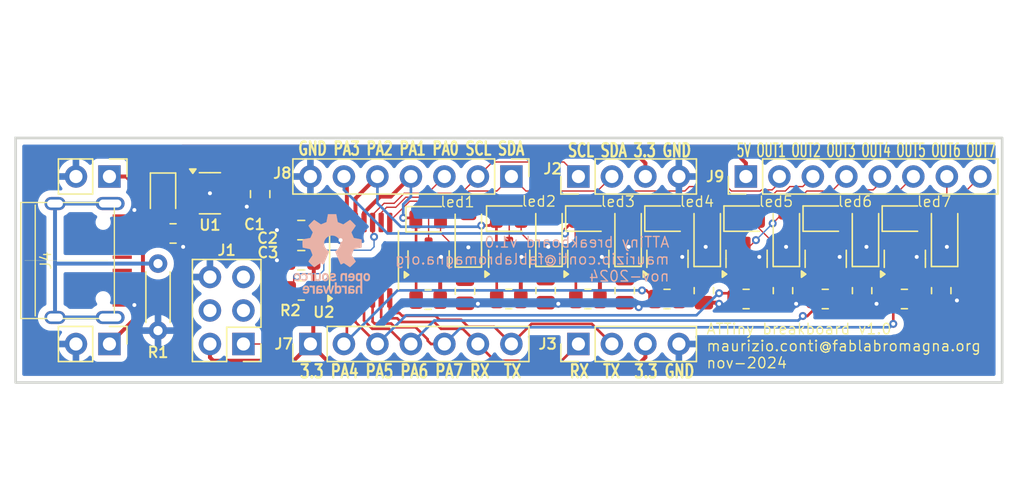
<source format=kicad_pcb>
(kicad_pcb (version 20240108) (generator "pcbnew") (generator_version "8.0")
  (layers (0 "F.Cu" signal) (31 "B.Cu" signal) (34 "B.Paste" user) (35 "F.Paste" user) (36 "B.SilkS" user "B.Silkscreen") (37 "F.SilkS" user "F.Silkscreen") (38 "B.Mask" user) (39 "F.Mask" user) (44 "Edge.Cuts" user))
  (net 0 "")
  (net 1 "+3.3V")
  (net 2 "GND")
  (net 3 "+5V")
  (net 4 "Net-(led1--)")
  (net 5 "Net-(led2--)")
  (net 6 "Net-(led3--)")
  (net 7 "Net-(led4--)")
  (net 8 "Net-(led5--)")
  (net 9 "Net-(led6--)")
  (net 19 "Net-(J4-SHIELD)")
  (net 23 "PA0-UPDI")
  (net 24 "PA4")
  (net 25 "PA6")
  (net 26 "PB3-RX")
  (net 27 "PA7")
  (net 28 "PB2-TX")
  (net 29 "PA5")
  (net 30 "PA2")
  (net 31 "PA3")
  (net 32 "PB0-SCL")
  (net 33 "PA1")
  (net 34 "PB1-SDA")
  (net 35 "OUT2")
  (net 36 "OUT3")
  (net 37 "OUT4")
  (net 38 "OUT5")
  (net 39 "OUT6")
  (net 40 "OUT7")
  (net 41 "OUT1")
  (net 42 "Net-(LedON1--)")
  (net 43 "Net-(led7--)")
  (footprint "Resistor_SMD:R_0805_2012Metric" (layer "F.Cu") (at 61.6796 32.1497)
    (property "Reference" "rgate3" (hide yes))
    (property "Value" "10K")
  )
  (footprint "Package_TO_SOT_SMD:SOT-23-5" (layer "F.Cu") (at 33.02 24.13)
    (property "Reference" "U1")
    (property "Value" "AP2127K-3.3")
  )
  (footprint "Connector_PinHeader_2.54mm:PinHeader_1x07_P2.54mm_Vertical" (layer "F.Cu") (at 40.64 35.56 90)
    (property "Reference" "J7")
    (property "Value" "ATTiny1")
  )
  (footprint "Resistor_SMD:R_0805_2012Metric" (layer "F.Cu") (at 67.6796 32.1497)
    (property "Reference" "rgate4" (hide yes))
    (property "Value" "10K")
  )
  (footprint "Capacitor_SMD:C_0805_2012Metric" (layer "F.Cu") (at 39.944 29.21 180)
    (property "Reference" "C3")
    (property "Value" "CERAMIC-10UF-10V-10%-X7R_0805_")
  )
  (footprint "LED_SMD:LED_0805_2012Metric" (layer "F.Cu") (at 85.6796 26.0537)
    (property "Reference" "led7")
    (property "Value" "SMD-LED-CLEAR-0805")
  )
  (footprint "Library-USB:TYPE-C-31-M-12" (layer "F.Cu") (at 21.2725 29.23 -90)
    (property "Reference" "J4")
    (property "Value" "USB_C_Receptacle_USB2.0_16P")
  )
  (footprint "Resistor_SMD:R_0805_2012Metric" (layer "F.Cu") (at 55.6796 32.1497)
    (property "Reference" "rgate2" (hide yes))
    (property "Value" "10K")
  )
  (footprint "Package_TO_SOT_SMD:SOT-23" (layer "F.Cu") (at 73.7136 29.1017 90)
    (property "Reference" "q5" (hide yes))
    (property "Value" "SMD-MOSFET-N-CH")
  )
  (footprint "Resistor_SMD:R_0805_2012Metric" (layer "F.Cu") (at 58.4736 31.5147 -90)
    (property "Reference" "rled2" (hide yes))
    (property "Value" "SMD-RES-220R-5%-1_8W_0805_")
  )
  (footprint "Capacitor_SMD:C_0805_2012Metric" (layer "F.Cu") (at 36.83 24.196 -90)
    (property "Reference" "C1")
    (property "Value" "CERAMIC-10UF-10V-10%-X7R_0805_")
  )
  (footprint "Resistor_SMD:R_0805_2012Metric" (layer "F.Cu") (at 82.4736 31.5147 -90)
    (property "Reference" "rled6" (hide yes))
    (property "Value" "SMD-RES-220R-5%-1_8W_0805_")
  )
  (footprint "Package_TO_SOT_SMD:SOT-23" (layer "F.Cu") (at 61.7136 29.1017 90)
    (property "Reference" "q3" (hide yes))
    (property "Value" "SMD-MOSFET-N-CH")
  )
  (footprint "LED_SMD:LED_0805_2012Metric" (layer "F.Cu") (at 73.6796 26.0537)
    (property "Reference" "led5")
    (property "Value" "SMD-LED-CLEAR-0805")
  )
  (footprint "Resistor_SMD:R_0805_2012Metric" (layer "F.Cu") (at 73.6796 32.1497)
    (property "Reference" "rgate5" (hide yes))
    (property "Value" "10K")
  )
  (footprint "Resistor_SMD:R_0805_2012Metric" (layer "F.Cu") (at 39.944 31.496 180)
    (property "Reference" "R2")
    (property "Value" "10K")
  )
  (footprint "LED_SMD:LED_0805_2012Metric" (layer "F.Cu") (at 79.6796 26.0537)
    (property "Reference" "led6")
    (property "Value" "SMD-LED-CLEAR-0805")
  )
  (footprint "LED_SMD:LED_0805_2012Metric" (layer "F.Cu") (at 67.6796 26.0537)
    (property "Reference" "led4")
    (property "Value" "SMD-LED-CLEAR-0805")
  )
  (footprint "Diode_SMD:D_SOD-123" (layer "F.Cu") (at 76.7276 27.3237 90)
    (property "Reference" "dq5" (hide yes))
    (property "Value" "SMD-DIODE-SCHOTTKY-20V-1A_SOD-123_")
  )
  (footprint "Resistor_SMD:R_0805_2012Metric" (layer "F.Cu") (at 85.6796 32.1497)
    (property "Reference" "rgate7" (hide yes))
    (property "Value" "10K")
  )
  (footprint "LED_SMD:LED_0805_2012Metric" (layer "F.Cu") (at 55.6796 26.0537)
    (property "Reference" "led2")
    (property "Value" "SMD-LED-CLEAR-0805")
  )
  (footprint "Resistor_SMD:R_0805_2012Metric" (layer "F.Cu") (at 79.6796 32.1497)
    (property "Reference" "rgate6" (hide yes))
    (property "Value" "10K")
  )
  (footprint "Diode_SMD:D_SOD-123" (layer "F.Cu") (at 82.7276 27.3237 90)
    (property "Reference" "dq6" (hide yes))
    (property "Value" "SMD-DIODE-SCHOTTKY-20V-1A_SOD-123_")
  )
  (footprint "Resistor_SMD:R_0805_2012Metric" (layer "F.Cu") (at 70.4736 31.5147 -90)
    (property "Reference" "rled4" (hide yes))
    (property "Value" "SMD-RES-220R-5%-1_8W_0805_")
  )
  (footprint "Diode_SMD:D_SOD-123" (layer "F.Cu") (at 88.7276 27.3237 90)
    (property "Reference" "dq7" (hide yes))
    (property "Value" "SMD-DIODE-SCHOTTKY-20V-1A_SOD-123_")
  )
  (footprint "Diode_SMD:D_SOD-123" (layer "F.Cu") (at 70.7276 27.3237 90)
    (property "Reference" "dq4" (hide yes))
    (property "Value" "SMD-DIODE-SCHOTTKY-20V-1A_SOD-123_")
  )
  (footprint "Connector_PinHeader_2.54mm:PinHeader_1x08_P2.54mm_Vertical" (layer "F.Cu") (at 73.66 22.86 90)
    (property "Reference" "J9")
    (property "Value" "LEDOUT1")
  )
  (footprint "Resistor_SMD:R_0805_2012Metric" (layer "F.Cu") (at 76.4736 31.5147 -90)
    (property "Reference" "rled5" (hide yes))
    (property "Value" "SMD-RES-220R-5%-1_8W_0805_")
  )
  (footprint "Diode_SMD:D_SOD-123" (layer "F.Cu") (at 64.7276 27.3237 90)
    (property "Reference" "dq3" (hide yes))
    (property "Value" "SMD-DIODE-SCHOTTKY-20V-1A_SOD-123_")
  )
  (footprint "Connector_PinHeader_2.54mm:PinHeader_1x07_P2.54mm_Vertical" (layer "F.Cu") (at 55.88 22.86 -90)
    (property "Reference" "J8")
    (property "Value" "ATTiny1")
  )
  (footprint "Resistor_SMD:R_0805_2012Metric" (layer "F.Cu") (at 52.3611 31.5622 -90)
    (property "Reference" "rled1" (hide yes))
    (property "Value" "SMD-RES-220R-5%-1_8W_0805_")
  )
  (footprint "Diode_SMD:D_SOD-123" (layer "F.Cu") (at 52.6151 27.3712 90)
    (property "Reference" "dq1" (hide yes))
    (property "Value" "SMD-DIODE-SCHOTTKY-20V-1A_SOD-123_")
  )
  (footprint "Connector_PinHeader_2.54mm:PinHeader_1x02_P2.54mm_Vertical" (layer "F.Cu") (at 25.4 22.86 -90)
    (property "Reference" "J6" (hide yes))
    (property "Value" "MNT02")
  )
  (footprint "Package_TO_SOT_SMD:SOT-23" (layer "F.Cu") (at 55.7136 29.1017 90)
    (property "Reference" "q2" (hide yes))
    (property "Value" "SMD-MOSFET-N-CH")
  )
  (footprint "Diode_SMD:D_SOD-123" (layer "F.Cu") (at 58.7276 27.3237 90)
    (property "Reference" "dq2" (hide yes))
    (property "Value" "SMD-DIODE-SCHOTTKY-20V-1A_SOD-123_")
  )
  (footprint "Connector_PinHeader_2.54mm:PinHeader_2x03_P2.54mm_Vertical" (layer "F.Cu") (at 35.56 35.56 180)
    (property "Reference" "J1")
    (property "Value" "UPDI")
  )
  (footprint "Connector_PinHeader_2.54mm:PinHeader_1x04_P2.54mm_Vertical" (layer "F.Cu") (at 60.96 22.86 90)
    (property "Reference" "J2")
    (property "Value" "I2C")
  )
  (footprint "Resistor_SMD:R_0805_2012Metric" (layer "F.Cu") (at 49.5671 32.1972)
    (property "Reference" "rgate1" (hide yes))
    (property "Value" "10K")
  )
  (footprint "Package_SO:TSSOP-14_4.4x5mm_P0.65mm" (layer "F.Cu") (at 44.704 29.21 90)
    (property "Reference" "U2")
    (property "Value" "ATtiny824-X")
  )
  (footprint "LED_SMD:LED_0805_2012Metric" (layer "F.Cu") (at 49.5671 26.1012)
    (property "Reference" "led1")
    (property "Value" "SMD-LED-CLEAR-0805")
  )
  (footprint "Resistor_SMD:R_0805_2012Metric" (layer "F.Cu") (at 64.4736 31.5147 -90)
    (property "Reference" "rled3" (hide yes))
    (property "Value" "SMD-RES-220R-5%-1_8W_0805_")
  )
  (footprint "Connector_PinHeader_2.54mm:PinHeader_1x02_P2.54mm_Vertical" (layer "F.Cu") (at 25.4 35.56 -90)
    (property "Reference" "J5" (hide yes))
    (property "Value" "MNT01")
  )
  (footprint "Resistor_SMD:R_0805_2012Metric" (layer "F.Cu") (at 30.226 27.178)
    (property "Reference" "RLedON1" (hide yes))
    (property "Value" "SMD-RES-220R-5%-1_8W_0805_")
  )
  (footprint "Connector_PinHeader_2.54mm:PinHeader_1x04_P2.54mm_Vertical" (layer "F.Cu") (at 60.96 35.56 90)
    (property "Reference" "J3")
    (property "Value" "Serial")
  )
  (footprint "Package_TO_SOT_SMD:SOT-23" (layer "F.Cu") (at 49.6011 29.1492 90)
    (property "Reference" "q1" (hide yes))
    (property "Value" "SMD-MOSFET-N-CH")
  )
  (footprint "LED_SMD:LED_0805_2012Metric" (layer "F.Cu") (at 29.464 24.2805 -90)
    (property "Reference" "LedON1" (hide yes))
    (property "Value" "SMD-LED-CLEAR-RED_0805_")
  )
  (footprint "LED_SMD:LED_0805_2012Metric" (layer "F.Cu") (at 61.6796 26.0537)
    (property "Reference" "led3")
    (property "Value" "SMD-LED-CLEAR-0805")
  )
  (footprint "Resistor_THT:R_Axial_DIN0204_L3.6mm_D1.6mm_P5.08mm_Horizontal" (layer "F.Cu") (at 29.083 29.464 -90)
    (property "Reference" "R1")
    (property "Value" "1M")
  )
  (footprint "Resistor_SMD:R_0805_2012Metric" (layer "F.Cu") (at 88.4736 31.5147 -90)
    (property "Reference" "rled7" (hide yes))
    (property "Value" "SMD-RES-220R-5%-1_8W_0805_")
  )
  (footprint "Package_TO_SOT_SMD:SOT-23" (layer "F.Cu") (at 67.7136 29.1017 90)
    (property "Reference" "q4" (hide yes))
    (property "Value" "SMD-MOSFET-N-CH")
  )
  (footprint "Package_TO_SOT_SMD:SOT-23" (layer "F.Cu") (at 79.7136 29.1017 90)
    (property "Reference" "q6" (hide yes))
    (property "Value" "SMD-MOSFET-N-CH")
  )
  (footprint "Package_TO_SOT_SMD:SOT-23" (layer "F.Cu") (at 85.7136 29.1017 90)
    (property "Reference" "q7" (hide yes))
    (property "Value" "SMD-MOSFET-N-CH")
  )
  (footprint "Capacitor_SMD:C_0805_2012Metric" (layer "F.Cu") (at 39.944 26.924 180)
    (property "Reference" "C2")
    (property "Value" "CERAMIC-10UF-10V-10%-X7R_0805_")
  )
  (footprint "Symbol:OSHW-Logo_5.7x6mm_SilkScreen" (layer "B.Cu") (at 42.291 28.7274 180)
    (property "Reference" "L1" (hide yes))
    (property "Value" "Logo_Open_Hardware_Small" (hide yes))
  )
  (gr_rect (start 18.288 19.939) (end 93.091 38.481) (stroke (width 0.2)) (fill none) (layer "Edge.Cuts"))
  (gr_text "ATTiny breakboard v1.0\nmaurizio.conti@fablabromagna.org\nnov-2024" (at 67.9196 30.8864 0) (layer "B.SilkS") (effects (font (size 0.8 0.8) (thickness 0.1)) (justify left bottom mirror)))
  (gr_text "GND PA3 PA2 PA1 PA0 SCL SDA" (at 39.624 21.336 0) (layer "F.SilkS") (effects (font (size 1 0.7) (thickness 0.3) (bold yes)) (justify left bottom)))
  (gr_text "RX  TX  3.3 GND" (at 60.198 38.227 0) (layer "F.SilkS") (effects (font (size 1 0.73) (thickness 0.175) (bold yes)) (justify left bottom)))
  (gr_text "SCL SDA 3.3 GND" (at 60.071 21.463 0) (layer "F.SilkS") (effects (font (size 1 0.7) (thickness 0.175) (bold yes)) (justify left bottom)))
  (gr_text "5V OUT1 OUT2 OUT3 OUT4 OUT5 OUT6 OUT7" (at 72.898 21.463 0) (layer "F.SilkS") (effects (font (size 1 0.58) (thickness 0.125) (bold yes)) (justify left bottom)))
  (gr_text "ATTiny breakboard v1.0\nmaurizio.conti@fablabromagna.org\nnov-2024" (at 70.612 37.465 0) (layer "F.SilkS") (effects (font (size 0.8 0.8) (thickness 0.1)) (justify left bottom)))
  (gr_text "3.3 PA4 PA5 PA6 PA7 RX  TX" (at 39.751 38.227 0) (layer "F.SilkS") (effects (font (size 1 0.74) (thickness 0.175) (bold yes)) (justify left bottom)))
  (segment (start 66.04 21.844) (end 66.04 22.86) (width 0.3) (layer "F.Cu") (net 1))
  (segment (start 66.04 36.576) (end 66.04 35.56) (width 0.3) (layer "F.Cu") (net 1))
  (segment (start 65.532 21.336) (end 66.04 21.844) (width 0.3) (layer "F.Cu") (net 1))
  (segment (start 38.354 24.13) (end 38.354 22.098) (width 0.3) (layer "F.Cu") (net 1))
  (segment (start 40.894 29.21) (end 40.894 31.4585) (width 0.3) (layer "F.Cu") (net 1))
  (segment (start 41.433 32.0725) (end 40.8565 31.496) (width 0.3) (layer "F.Cu") (net 1))
  (segment (start 40.8565 31.496) (end 40.8565 35.3435) (width 0.3) (layer "F.Cu") (net 1))
  (segment (start 38.354 24.13) (end 38.862 24.13) (width 0.3) (layer "F.Cu") (net 1))
  (segment (start 42.418 37.338) (end 65.278 37.338) (width 0.3) (layer "F.Cu") (net 1))
  (segment (start 40.894 26.924) (end 40.894 29.21) (width 0.3) (layer "F.Cu") (net 1))
  (segment (start 65.278 37.338) (end 66.04 36.576) (width 0.3) (layer "F.Cu") (net 1))
  (segment (start 40.894 26.162) (end 40.894 26.924) (width 0.3) (layer "F.Cu") (net 1))
  (segment (start 38.354 22.098) (end 39.116 21.336) (width 0.3) (layer "F.Cu") (net 1))
  (segment (start 33.02 35.56) (end 33.02 36.576) (width 0.3) (layer "F.Cu") (net 1))
  (segment (start 33.274 36.83) (end 39.37 36.83) (width 0.3) (layer "F.Cu") (net 1))
  (segment (start 39.37 36.83) (end 40.64 35.56) (width 0.3) (layer "F.Cu") (net 1))
  (segment (start 40.894 31.4585) (end 40.8565 31.496) (width 0.3) (layer "F.Cu") (net 1))
  (segment (start 38.862 24.13) (end 40.894 26.162) (width 0.3) (layer "F.Cu") (net 1))
  (segment (start 34.1575 23.18) (end 35.1075 24.13) (width 0.3) (layer "F.Cu") (net 1))
  (segment (start 35.1075 24.13) (end 38.354 24.13) (width 0.3) (layer "F.Cu") (net 1))
  (segment (start 42.754 32.0725) (end 41.433 32.0725) (width 0.3) (layer "F.Cu") (net 1))
  (segment (start 40.64 35.56) (end 42.418 37.338) (width 0.3) (layer "F.Cu") (net 1))
  (segment (start 33.02 36.576) (end 33.274 36.83) (width 0.3) (layer "F.Cu") (net 1))
  (segment (start 40.8565 35.3435) (end 40.64 35.56) (width 0.3) (layer "F.Cu") (net 1))
  (segment (start 39.116 21.336) (end 65.532 21.336) (width 0.3) (layer "F.Cu") (net 1))
  (segment (start 62.5921 32.1497) (end 62.5921 30.1107) (width 0.3) (layer "F.Cu") (net 2))
  (segment (start 38.994 26.924) (end 38.1 26.924) (width 0.3) (layer "F.Cu") (net 2))
  (segment (start 50.4796 30.1582) (end 50.5511 30.0867) (width 0.3) (layer "F.Cu") (net 2))
  (segment (start 80.5921 30.1107) (end 80.6636 30.0392) (width 0.3) (layer "F.Cu") (net 2))
  (segment (start 65.1932 32.4272) (end 65.278 32.512) (width 0.3) (layer "F.Cu") (net 2))
  (segment (start 26.835 25.855) (end 27.29 25.4) (width 0.2) (layer "F.Cu") (net 2))
  (segment (start 26.3725 25.855) (end 26.835 25.855) (width 0.2) (layer "F.Cu") (net 2))
  (segment (start 88.7276 28.3664) (end 88.9 28.194) (width 0.3) (layer "F.Cu") (net 2))
  (segment (start 53.3027 32.4747) (end 53.34 32.512) (width 0.3) (layer "F.Cu") (net 2))
  (segment (start 64.4736 32.4272) (end 65.1932 32.4272) (width 0.3) (layer "F.Cu") (net 2))
  (segment (start 38.994 29.21) (end 38.1 29.21) (width 0.3) (layer "F.Cu") (net 2))
  (segment (start 86.5921 32.1497) (end 86.5921 30.1107) (width 0.3) (layer "F.Cu") (net 2))
  (segment (start 62.5921 30.1107) (end 62.6636 30.0392) (width 0.3) (layer "F.Cu") (net 2))
  (segment (start 31.1385 28.0435) (end 30.988 28.194) (width 0.3) (layer "F.Cu") (net 2))
  (segment (start 50.5511 28.9611) (end 50.546 28.956) (width 0.3) (layer "F.Cu") (net 2))
  (segment (start 80.6636 30.0392) (end 80.6636 29.0644) (width 0.3) (layer "F.Cu") (net 2))
  (segment (start 76.4736 32.4272) (end 77.3852 32.4272) (width 0.3) (layer "F.Cu") (net 2))
  (segment (start 59.3512 32.4272) (end 59.436 32.512) (width 0.3) (layer "F.Cu") (net 2))
  (segment (start 68.5921 30.1107) (end 68.6636 30.0392) (width 0.3) (layer "F.Cu") (net 2))
  (segment (start 86.6636 29.0056) (end 86.614 28.956) (width 0.3) (layer "F.Cu") (net 2))
  (segment (start 82.7276 28.2704) (end 82.804 28.194) (width 0.2) (layer "F.Cu") (net 2))
  (segment (start 50.4796 32.1972) (end 50.4796 30.1582) (width 0.3) (layer "F.Cu") (net 2))
  (segment (start 86.6636 30.0392) (end 86.6636 29.0056) (width 0.3) (layer "F.Cu") (net 2))
  (segment (start 68.6636 30.0392) (end 68.6636 29.1264) (width 0.3) (layer "F.Cu") (net 2))
  (segment (start 50.5511 30.0867) (end 50.5511 28.9611) (width 0.3) (layer "F.Cu") (net 2))
  (segment (start 52.3611 32.4747) (end 53.3027 32.4747) (width 0.3) (layer "F.Cu") (net 2))
  (segment (start 56.6636 30.0392) (end 56.6636 28.9776) (width 0.3) (layer "F.Cu") (net 2))
  (segment (start 52.578 28.194) (end 52.6151 28.2311) (width 0.3) (layer "F.Cu") (net 2))
  (segment (start 58.7276 28.9737) (end 58.7276 28.2476) (width 0.3) (layer "F.Cu") (net 2))
  (segment (start 64.7276 28.2364) (end 64.77 28.194) (width 0.3) (layer "F.Cu") (net 2))
  (segment (start 86.5921 30.1107) (end 86.6636 30.0392) (width 0.3) (layer "F.Cu") (net 2))
  (segment (start 36.83 25.146) (end 35.814 25.146) (width 0.3) (layer "F.Cu") (net 2))
  (segment (start 56.5921 30.1107) (end 56.6636 30.0392) (width 0.3) (layer "F.Cu") (net 2))
  (segment (start 56.6636 28.9776) (end 56.642 28.956) (width 0.3) (layer "F.Cu") (net 2))
  (segment (start 68.5921 32.1497) (end 68.5921 30.1107) (width 0.3) (layer "F.Cu") (net 2))
  (segment (start 58.7276 28.2476) (end 58.674 28.194) (width 0.3) (layer "F.Cu") (net 2))
  (segment (start 88.4736 32.4272) (end 89.4928 32.4272) (width 0.3) (layer "F.Cu") (net 2))
  (segment (start 89.4928 32.4272) (end 89.662 32.258) (width 0.3) (layer "F.Cu") (net 2))
  (segment (start 58.4736 32.4272) (end 59.3512 32.4272) (width 0.3) (layer "F.Cu") (net 2))
  (segment (start 74.5921 30.1107) (end 74.6636 30.0392) (width 0.3) (layer "F.Cu") (net 2))
  (segment (start 56.5921 32.1497) (end 56.5921 30.1107) (width 0.3) (layer "F.Cu") (net 2))
  (segment (start 64.7276 28.9737) (end 64.7276 28.2364) (width 0.3) (layer "F.Cu") (net 2))
  (segment (start 42.754 26.3475) (end 42.754 27.514) (width 0.3) (layer "F.Cu") (net 2))
  (segment (start 70.7276 28.9737) (end 70.7276 28.3096) (width 0.3) (layer "F.Cu") (net 2))
  (segment (start 52.6151 29.0212) (end 52.6151 28.2311) (width 0.3) (layer "F.Cu") (net 2))
  (segment (start 70.7276 28.3096) (end 70.612 28.194) (width 0.3) (layer "F.Cu") (net 2))
  (segment (start 71.5432 32.4272) (end 71.628 32.512) (width 0.3) (layer "F.Cu") (net 2))
  (segment (start 88.7276 28.9737) (end 88.7276 28.3664) (width 0.3) (layer "F.Cu") (net 2))
  (segment (start 80.6636 29.0644) (end 80.772 28.956) (width 0.3) (layer "F.Cu") (net 2))
  (segment (start 62.6636 29.0304) (end 62.738 28.956) (width 0.3) (layer "F.Cu") (net 2))
  (segment (start 76.7276 28.2136) (end 76.708 28.194) (width 0.2) (layer "F.Cu") (net 2))
  (segment (start 76.7276 28.9737) (end 76.7276 28.2136) (width 0.2) (layer "F.Cu") (net 2))
  (segment (start 82.4736 32.4272) (end 83.4812 32.4272) (width 0.3) (layer "F.Cu") (net 2))
  (segment (start 77.3852 32.4272) (end 77.47 32.512) (width 0.3) (layer "F.Cu") (net 2))
  (segment (start 26.3725 32.605) (end 27.29 32.605) (width 0.2) (layer "F.Cu") (net 2))
  (segment (start 68.6636 29.1264) (end 68.834 28.956) (width 0.3) (layer "F.Cu") (net 2))
  (segment (start 65.278 32.512) (end 65.532 32.766) (width 0.3) (layer "F.Cu") (net 2))
  (segment (start 74.6636 30.0392) (end 74.6636 28.9684) (width 0.3) (layer "F.Cu") (net 2))
  (segment (start 31.8825 24.13) (end 33.02 24.13) (width 0.3) (layer "F.Cu") (net 2))
  (segment (start 74.6636 28.9684) (end 74.676 28.956) (width 0.3) (layer "F.Cu") (net 2))
  (segment (start 74.5921 32.1497) (end 74.5921 30.1107) (width 0.3) (layer "F.Cu") (net 2))
  (segment (start 70.4736 32.4272) (end 71.5432 32.4272) (width 0.3) (layer "F.Cu") (net 2))
  (segment (start 42.754 27.514) (end 42.926 27.686) (width 0.3) (layer "F.Cu") (net 2))
  (segment (start 31.1385 27.178) (end 31.1385 28.0435) (width 0.3) (layer "F.Cu") (net 2))
  (segment (start 80.5921 32.1497) (end 80.5921 30.1107) (width 0.3) (layer "F.Cu") (net 2))
  (segment (start 83.4812 32.4272) (end 83.566 32.512) (width 0.3) (layer "F.Cu") (net 2))
  (segment (start 82.7276 28.9737) (end 82.7276 28.2704) (width 0.2) (layer "F.Cu") (net 2))
  (segment (start 62.6636 30.0392) (end 62.6636 29.0304) (width 0.3) (layer "F.Cu") (net 2))
  (via (at 62.738 28.956) (size 0.6) (drill 0.3) (layers "F.Cu" "B.Cu") (net 2))
  (via (at 30.988 28.194) (size 0.6) (drill 0.3) (layers "F.Cu" "B.Cu") (net 2))
  (via (at 33.02 24.13) (size 0.6) (drill 0.3) (layers "F.Cu" "B.Cu") (net 2))
  (via (at 53.34 32.512) (size 0.6) (drill 0.3) (layers "F.Cu" "B.Cu") (net 2))
  (via (at 27.29 32.605) (size 0.6) (drill 0.3) (layers "F.Cu" "B.Cu") (net 2))
  (via (at 80.772 28.956) (size 0.6) (drill 0.3) (layers "F.Cu" "B.Cu") (net 2))
  (via (at 71.628 32.512) (size 0.6) (drill 0.3) (layers "F.Cu" "B.Cu") (net 2))
  (via (at 27.29 25.4) (size 0.6) (drill 0.3) (layers "F.Cu" "B.Cu") (net 2))
  (via (at 77.47 32.512) (size 0.6) (drill 0.3) (layers "F.Cu" "B.Cu") (net 2))
  (via (at 58.674 28.194) (size 0.6) (drill 0.3) (layers "F.Cu" "B.Cu") (net 2))
  (via (at 56.642 28.956) (size 0.6) (drill 0.3) (layers "F.Cu" "B.Cu") (net 2))
  (via (at 88.9 28.194) (size 0.6) (drill 0.3) (layers "F.Cu" "B.Cu") (net 2))
  (via (at 38.1 29.21) (size 0.6) (drill 0.3) (layers "F.Cu" "B.Cu") (net 2))
  (via (at 68.834 28.956) (size 0.6) (drill 0.3) (layers "F.Cu" "B.Cu") (net 2))
  (via (at 86.614 28.956) (size 0.6) (drill 0.3) (layers "F.Cu" "B.Cu") (net 2))
  (via (at 65.532 32.766) (size 0.6) (drill 0.3) (layers "F.Cu" "B.Cu") (net 2))
  (via (at 89.662 32.258) (size 0.6) (drill 0.3) (layers "F.Cu" "B.Cu") (net 2))
  (via (at 82.804 28.194) (size 0.6) (drill 0.3) (layers "F.Cu" "B.Cu") (net 2))
  (via (at 83.566 32.512) (size 0.6) (drill 0.3) (layers "F.Cu" "B.Cu") (net 2))
  (via (at 59.436 32.512) (size 0.6) (drill 0.3) (layers "F.Cu" "B.Cu") (net 2))
  (via (at 52.6151 28.2311) (size 0.6) (drill 0.3) (layers "F.Cu" "B.Cu") (net 2))
  (via (at 50.546 28.956) (size 0.6) (drill 0.3) (layers "F.Cu" "B.Cu") (net 2))
  (via (at 35.814 25.146) (size 0.6) (drill 0.3) (layers "F.Cu" "B.Cu") (net 2))
  (via (at 38.1 26.924) (size 0.6) (drill 0.3) (layers "F.Cu" "B.Cu") (net 2))
  (via (at 64.77 28.194) (size 0.6) (drill 0.3) (layers "F.Cu" "B.Cu") (net 2))
  (via (at 42.926 27.686) (size 0.6) (drill 0.3) (layers "F.Cu" "B.Cu") (net 2))
  (via (at 70.612 28.194) (size 0.6) (drill 0.3) (layers "F.Cu" "B.Cu") (net 2))
  (via (at 76.708 28.194) (size 0.6) (drill 0.3) (layers "F.Cu" "B.Cu") (net 2))
  (via (at 74.676 28.956) (size 0.6) (drill 0.3) (layers "F.Cu" "B.Cu") (net 2))
  (segment (start 31.8825 22.4735) (end 32.004 22.352) (width 0.3) (layer "F.Cu") (net 3))
  (segment (start 27.94 33.02) (end 27.94 30.8375) (width 0.3) (layer "F.Cu") (net 3))
  (segment (start 26.3725 26.93) (end 26.9475 26.93) (width 0.3) (layer "F.Cu") (net 3))
  (segment (start 32.004 22.352) (end 35.936 22.352) (width 0.3) (layer "F.Cu") (net 3))
  (segment (start 30.455 22.352) (end 32.004 22.352) (width 0.3) (layer "F.Cu") (net 3))
  (segment (start 27.94 24.13) (end 28.727 23.343) (width 0.3) (layer "F.Cu") (net 3))
  (segment (start 73.66 21.844) (end 72.405 20.589) (width 0.3) (layer "F.Cu") (net 3))
  (segment (start 73.66 22.86) (end 73.66 21.844) (width 0.3) (layer "F.Cu") (net 3))
  (segment (start 27.94 25.9375) (end 27.94 24.13) (width 0.3) (layer "F.Cu") (net 3))
  (segment (start 26.9725 31.805) (end 27.94 30.8375) (width 0.3) (layer "F.Cu") (net 3))
  (segment (start 30.973 20.589) (end 29.464 22.098) (width 0.3) (layer "F.Cu") (net 3))
  (segment (start 29.464 22.098) (end 29.464 23.343) (width 0.3) (layer "F.Cu") (net 3))
  (segment (start 26.3725 31.805) (end 26.9725 31.805) (width 0.3) (layer "F.Cu") (net 3))
  (segment (start 28.727 23.343) (end 29.464 23.343) (width 0.3) (layer "F.Cu") (net 3))
  (segment (start 31.8825 25.08) (end 31.201 25.08) (width 0.3) (layer "F.Cu") (net 3))
  (segment (start 26.67 22.86) (end 27.94 24.13) (width 0.3) (layer "F.Cu") (net 3))
  (segment (start 25.4 35.56) (end 27.94 33.02) (width 0.3) (layer "F.Cu") (net 3))
  (segment (start 27.94 30.8375) (end 27.94 25.9375) (width 0.3) (layer "F.Cu") (net 3))
  (segment (start 25.4 22.86) (end 26.67 22.86) (width 0.3) (layer "F.Cu") (net 3))
  (segment (start 26.9475 26.93) (end 27.94 25.9375) (width 0.3) (layer "F.Cu") (net 3))
  (segment (start 29.464 23.343) (end 30.455 22.352) (width 0.3) (layer "F.Cu") (net 3))
  (segment (start 35.936 22.352) (end 36.83 23.246) (width 0.3) (layer "F.Cu") (net 3))
  (segment (start 72.405 20.589) (end 30.973 20.589) (width 0.3) (layer "F.Cu") (net 3))
  (segment (start 31.8825 23.18) (end 31.8825 22.4735) (width 0.3) (layer "F.Cu") (net 3))
  (segment (start 31.201 25.08) (end 29.464 23.343) (width 0.3) (layer "F.Cu") (net 3))
  (segment (start 51.562 28.194) (end 51.562 29.8506) (width 0.1) (layer "F.Cu") (net 4))
  (segment (start 50.5046 26.1012) (end 50.5046 27.1366) (width 0.1) (layer "F.Cu") (net 4))
  (segment (start 51.562 29.8506) (end 52.3611 30.6497) (width 0.1) (layer "F.Cu") (net 4))
  (segment (start 50.5046 27.1366) (end 51.562 28.194) (width 0.1) (layer "F.Cu") (net 4))
  (segment (start 57.658 28.194) (end 57.658 29.7866) (width 0.1) (layer "F.Cu") (net 5))
  (segment (start 56.6171 27.1531) (end 57.658 28.194) (width 0.1) (layer "F.Cu") (net 5))
  (segment (start 57.658 29.7866) (end 58.4736 30.6022) (width 0.1) (layer "F.Cu") (net 5))
  (segment (start 56.6171 26.0537) (end 56.6171 27.1531) (width 0.1) (layer "F.Cu") (net 5))
  (segment (start 62.6171 26.0537) (end 62.6171 27.0571) (width 0.1) (layer "F.Cu") (net 6))
  (segment (start 63.5 27.94) (end 63.5 29.6286) (width 0.1) (layer "F.Cu") (net 6))
  (segment (start 62.6171 27.0571) (end 63.5 27.94) (width 0.1) (layer "F.Cu") (net 6))
  (segment (start 63.5 29.6286) (end 64.4736 30.6022) (width 0.1) (layer "F.Cu") (net 6))
  (segment (start 69.596 28.194) (end 69.596 29.464) (width 0.1) (layer "F.Cu") (net 7))
  (segment (start 68.6171 26.0537) (end 68.6171 27.2151) (width 0.1) (layer "F.Cu") (net 7))
  (segment (start 68.6171 27.2151) (end 69.596 28.194) (width 0.1) (layer "F.Cu") (net 7))
  (segment (start 69.596 29.464) (end 70.4736 30.3416) (width 0.1) (layer "F.Cu") (net 7))
  (segment (start 70.4736 30.3416) (end 70.4736 30.6022) (width 0.1) (layer "F.Cu") (net 7))
  (segment (start 75.438 27.574599) (end 75.438 29.5666) (width 0.1) (layer "F.Cu") (net 8))
  (segment (start 75.438 29.5666) (end 76.4736 30.6022) (width 0.1) (layer "F.Cu") (net 8))
  (segment (start 74.6171 26.0537) (end 74.6171 26.753699) (width 0.1) (layer "F.Cu") (net 8))
  (segment (start 74.6171 26.753699) (end 75.438 27.574599) (width 0.1) (layer "F.Cu") (net 8))
  (segment (start 80.6171 26.0537) (end 80.6171 26.7691) (width 0.1) (layer "F.Cu") (net 9))
  (segment (start 81.534 29.6626) (end 82.4736 30.6022) (width 0.1) (layer "F.Cu") (net 9))
  (segment (start 81.534 27.686) (end 81.534 29.6626) (width 0.1) (layer "F.Cu") (net 9))
  (segment (start 80.6171 26.7691) (end 81.534 27.686) (width 0.1) (layer "F.Cu") (net 9))
  (segment (start 21.2725 24.91) (end 21.2725 29.464) (width 0.3) (layer "B.Cu") (net 19))
  (segment (start 21.2725 33.55) (end 25.4525 33.55) (width 0.3) (layer "B.Cu") (net 19))
  (segment (start 25.4525 24.91) (end 21.2725 24.91) (width 0.3) (layer "B.Cu") (net 19))
  (segment (start 21.2725 29.464) (end 21.2725 33.55) (width 0.3) (layer "B.Cu") (net 19))
  (segment (start 29.083 29.464) (end 21.2725 29.464) (width 0.3) (layer "B.Cu") (net 19))
  (segment (start 46.228 24.892) (end 45.974 25.146) (width 0.1) (layer "F.Cu") (net 23))
  (segment (start 38.608 35.56) (end 39.0315 35.1365) (width 0.1) (layer "F.Cu") (net 23))
  (segment (start 35.56 35.56) (end 38.608 35.56) (width 0.1) (layer "F.Cu") (net 23))
  (segment (start 39.37 31.1575) (end 39.0315 31.496) (width 0.1) (layer "F.Cu") (net 23))
  (segment (start 46.99 24.892) (end 46.228 24.892) (width 0.1) (layer "F.Cu") (net 23))
  (segment (start 39.37 30.48) (end 39.37 31.1575) (width 0.1) (layer "F.Cu") (net 23))
  (segment (start 39.0315 35.1365) (end 39.0315 31.496) (width 0.1) (layer "F.Cu") (net 23))
  (segment (start 45.970254 25.146) (end 45.354 25.762254) (width 0.1) (layer "F.Cu") (net 23))
  (segment (start 45.466 27.432) (end 45.354 27.32) (width 0.1) (layer "F.Cu") (net 23))
  (segment (start 45.354 25.762254) (end 45.354 26.3475) (width 0.1) (layer "F.Cu") (net 23))
  (segment (start 47.752 24.13) (end 46.99 24.892) (width 0.1) (layer "F.Cu") (net 23))
  (segment (start 49.53 24.13) (end 47.752 24.13) (width 0.1) (layer "F.Cu") (net 23))
  (segment (start 45.974 25.146) (end 45.970254 25.146) (width 0.1) (layer "F.Cu") (net 23))
  (segment (start 39.624 30.48) (end 39.37 30.48) (width 0.1) (layer "F.Cu") (net 23))
  (segment (start 45.354 27.32) (end 45.354 26.3475) (width 0.1) (layer "F.Cu") (net 23))
  (segment (start 50.8 22.86) (end 49.53 24.13) (width 0.1) (layer "F.Cu") (net 23))
  (via (at 45.466 27.432) (size 0.6) (drill 0.3) (layers "F.Cu" "B.Cu") (net 23))
  (via (at 39.624 30.48) (size 0.6) (drill 0.3) (layers "F.Cu" "B.Cu") (net 23))
  (segment (start 45.466 28.194) (end 45.466 27.432) (width 0.1) (layer "B.Cu") (net 23))
  (segment (start 41.402 30.226) (end 41.656 29.972) (width 0.1) (layer "B.Cu") (net 23))
  (segment (start 41.656 28.702) (end 41.91 28.448) (width 0.1) (layer "B.Cu") (net 23))
  (segment (start 39.878 30.226) (end 41.402 30.226) (width 0.1) (layer "B.Cu") (net 23))
  (segment (start 45.212 28.448) (end 45.466 28.194) (width 0.1) (layer "B.Cu") (net 23))
  (segment (start 41.91 28.448) (end 45.212 28.448) (width 0.1) (layer "B.Cu") (net 23))
  (segment (start 41.656 29.972) (end 41.656 28.702) (width 0.1) (layer "B.Cu") (net 23))
  (segment (start 39.624 30.48) (end 39.878 30.226) (width 0.1) (layer "B.Cu") (net 23))
  (segment (start 65.786 31.496) (end 66.1134 31.496) (width 0.2) (layer "F.Cu") (net 24))
  (segment (start 66.7421 29.7349) (end 66.7421 26.0537) (width 0.2) (layer "F.Cu") (net 24))
  (segment (start 66.7671 30.0427) (end 66.7636 30.0392) (width 0.2) (layer "F.Cu") (net 24))
  (segment (start 66.1134 31.496) (end 66.7671 32.1497) (width 0.2) (layer "F.Cu") (net 24))
  (segment (start 66.7671 32.1497) (end 66.7671 30.0427) (width 0.2) (layer "F.Cu") (net 24))
  (segment (start 43.404 32.0725) (end 43.404 35.336) (width 0.2) (layer "F.Cu") (net 24))
  (segment (start 66.7636 29.7564) (end 66.7421 29.7349) (width 0.2) (layer "F.Cu") (net 24))
  (segment (start 43.404 35.336) (end 43.18 35.56) (width 0.3) (layer "F.Cu") (net 24))
  (segment (start 66.7636 30.0392) (end 66.7636 29.7564) (width 0.2) (layer "F.Cu") (net 24))
  (via (at 65.786 31.496) (size 0.6) (drill 0.3) (layers "F.Cu" "B.Cu") (net 24))
  (segment (start 47.244 31.496) (end 65.786 31.496) (width 0.2) (layer "B.Cu") (net 24))
  (segment (start 43.18 35.56) (end 47.244 31.496) (width 0.2) (layer "B.Cu") (net 24))
  (segment (start 78.324 33.436) (end 78.7671 32.9929) (width 0.2) (layer "F.Cu") (net 25))
  (segment (start 78.7636 30.0392) (end 78.7636 29.7416) (width 0.2) (layer "F.Cu") (net 25))
  (segment (start 45.332 34.41) (end 46.602 34.41) (width 0.2) (layer "F.Cu") (net 25))
  (segment (start 78.7671 32.9929) (end 78.7671 32.1497) (width 0.2) (layer "F.Cu") (net 25))
  (segment (start 78.7636 29.7416) (end 78.7421 29.7201) (width 0.2) (layer "F.Cu") (net 25))
  (segment (start 77.978 33.436) (end 78.324 33.436) (width 0.2) (layer "F.Cu") (net 25))
  (segment (start 46.602 34.41) (end 47.752 35.56) (width 0.2) (layer "F.Cu") (net 25))
  (segment (start 78.7421 29.7201) (end 78.7421 26.0537) (width 0.2) (layer "F.Cu") (net 25))
  (segment (start 44.704 32.0725) (end 44.704 33.782) (width 0.2) (layer "F.Cu") (net 25))
  (segment (start 47.752 35.56) (end 48.26 35.56) (width 0.2) (layer "F.Cu") (net 25))
  (segment (start 78.7671 30.0427) (end 78.7636 30.0392) (width 0.2) (layer "F.Cu") (net 25))
  (segment (start 44.704 33.782) (end 45.332 34.41) (width 0.2) (layer "F.Cu") (net 25))
  (segment (start 78.7671 32.1497) (end 78.7671 30.0427) (width 0.2) (layer "F.Cu") (net 25))
  (via (at 77.978 33.436) (size 0.6) (drill 0.3) (layers "F.Cu" "B.Cu") (net 25))
  (segment (start 50.038 33.782) (end 77.632 33.782) (width 0.2) (layer "B.Cu") (net 25))
  (segment (start 77.632 33.782) (end 77.978 33.436) (width 0.2) (layer "B.Cu") (net 25))
  (segment (start 48.26 35.56) (end 50.038 33.782) (width 0.2) (layer "B.Cu") (net 25))
  (segment (start 50.546 34.41) (end 52.19 34.41) (width 0.2) (layer "F.Cu") (net 26))
  (segment (start 46.004 33.558) (end 46.056 33.61) (width 0.2) (layer "F.Cu") (net 26))
  (segment (start 47.218 33.61) (end 47.498 33.89) (width 0.2) (layer "F.Cu") (net 26))
  (segment (start 50.026 33.89) (end 50.546 34.41) (width 0.2) (layer "F.Cu") (net 26))
  (segment (start 53.34 35.56) (end 54.61 36.83) (width 0.2) (layer "F.Cu") (net 26))
  (segment (start 47.498 33.89) (end 50.026 33.89) (width 0.2) (layer "F.Cu") (net 26))
  (segment (start 52.19 34.41) (end 53.34 35.56) (width 0.2) (layer "F.Cu") (net 26))
  (segment (start 59.69 36.83) (end 60.96 35.56) (width 0.2) (layer "F.Cu") (net 26))
  (segment (start 54.61 36.83) (end 59.69 36.83) (width 0.2) (layer "F.Cu") (net 26))
  (segment (start 46.056 33.61) (end 47.218 33.61) (width 0.2) (layer "F.Cu") (net 26))
  (segment (start 46.004 32.0725) (end 46.004 33.558) (width 0.2) (layer "F.Cu") (net 26))
  (segment (start 84.836 32.2186) (end 84.7671 32.1497) (width 0.2) (layer "F.Cu") (net 27))
  (segment (start 46.767686 34.01) (end 47.047686 34.29) (width 0.2) (layer "F.Cu") (net 27))
  (segment (start 49.53 35.306) (end 49.784 35.56) (width 0.2) (layer "F.Cu") (net 27))
  (segment (start 49.53 35.203654) (end 49.53 35.306) (width 0.2) (layer "F.Cu") (net 27))
  (segment (start 84.7636 30.0392) (end 84.7636 29.2824) (width 0.2) (layer "F.Cu") (net 27))
  (segment (start 84.7421 26.0537) (end 84.7421 25.4939) (width 0.1) (layer "F.Cu") (net 27))
  (segment (start 84.7671 30.0427) (end 84.7636 30.0392) (width 0.2) (layer "F.Cu") (net 27))
  (segment (start 49.784 35.56) (end 50.8 35.56) (width 0.2) (layer "F.Cu") (net 27))
  (segment (start 84.836 34.036) (end 84.836 32.2186) (width 0.2) (layer "F.Cu") (net 27))
  (segment (start 84.7421 29.2609) (end 84.7421 26.0537) (width 0.2) (layer "F.Cu") (net 27))
  (segment (start 84.7671 32.1497) (end 84.7671 30.0427) (width 0.2) (layer "F.Cu") (net 27))
  (segment (start 84.7636 29.2824) (end 84.7421 29.2609) (width 0.2) (layer "F.Cu") (net 27))
  (segment (start 45.497686 34.01) (end 46.767686 34.01) (width 0.2) (layer "F.Cu") (net 27))
  (segment (start 45.354 32.0725) (end 45.354 33.866314) (width 0.2) (layer "F.Cu") (net 27))
  (segment (start 48.616346 34.29) (end 49.53 35.203654) (width 0.2) (layer "F.Cu") (net 27))
  (segment (start 45.354 33.866314) (end 45.497686 34.01) (width 0.2) (layer "F.Cu") (net 27))
  (segment (start 47.047686 34.29) (end 48.616346 34.29) (width 0.2) (layer "F.Cu") (net 27))
  (via (at 84.836 34.036) (size 0.6) (drill 0.3) (layers "F.Cu" "B.Cu") (net 27))
  (segment (start 84.582 34.29) (end 84.836 34.036) (width 0.2) (layer "B.Cu") (net 27))
  (segment (start 50.8 35.56) (end 52.07 34.29) (width 0.2) (layer "B.Cu") (net 27))
  (segment (start 52.07 34.29) (end 84.582 34.29) (width 0.2) (layer "B.Cu") (net 27))
  (segment (start 57.404 34.036) (end 61.976 34.036) (width 0.2) (layer "F.Cu") (net 28))
  (segment (start 47.599843 33.426158) (end 50.127843 33.426158) (width 0.2) (layer "F.Cu") (net 28))
  (segment (start 61.976 34.036) (end 63.5 35.56) (width 0.2) (layer "F.Cu") (net 28))
  (segment (start 50.426 33.724315) (end 52.070001 33.724315) (width 0.2) (layer "F.Cu") (net 28))
  (segment (start 46.736 33.21) (end 47.383685 33.21) (width 0.2) (layer "F.Cu") (net 28))
  (segment (start 52.59 34.244315) (end 54.564315 34.244315) (width 0.2) (layer "F.Cu") (net 28))
  (segment (start 52.355686 34.01) (end 52.59 34.244315) (width 0.2) (layer "F.Cu") (net 28))
  (segment (start 52.070001 33.724315) (end 52.355686 34.01) (width 0.2) (layer "F.Cu") (net 28))
  (segment (start 46.654 32.0725) (end 46.654 33.128) (width 0.2) (layer "F.Cu") (net 28))
  (segment (start 54.564315 34.244315) (end 55.88 35.56) (width 0.2) (layer "F.Cu") (net 28))
  (segment (start 47.383685 33.21) (end 47.599843 33.426158) (width 0.2) (layer "F.Cu") (net 28))
  (segment (start 55.88 35.56) (end 57.404 34.036) (width 0.2) (layer "F.Cu") (net 28))
  (segment (start 46.654 33.128) (end 46.736 33.21) (width 0.2) (layer "F.Cu") (net 28))
  (segment (start 50.127843 33.426158) (end 50.426 33.724315) (width 0.2) (layer "F.Cu") (net 28))
  (segment (start 72.329397 31.711997) (end 72.7671 32.1497) (width 0.2) (layer "F.Cu") (net 29))
  (segment (start 44.054 33.894) (end 45.72 35.56) (width 0.2) (layer "F.Cu") (net 29))
  (segment (start 72.7671 32.1497) (end 72.7671 30.0427) (width 0.2) (layer "F.Cu") (net 29))
  (segment (start 72.7636 26.0752) (end 72.7421 26.0537) (width 0.2) (layer "F.Cu") (net 29))
  (segment (start 72.7636 30.0392) (end 72.7636 26.0752) (width 0.2) (layer "F.Cu") (net 29))
  (segment (start 44.054 32.0725) (end 44.054 33.894) (width 0.2) (layer "F.Cu") (net 29))
  (segment (start 71.628 31.711997) (end 72.329397 31.711997) (width 0.2) (layer "F.Cu") (net 29))
  (segment (start 72.7671 30.0427) (end 72.7636 30.0392) (width 0.2) (layer "F.Cu") (net 29))
  (via (at 71.628 31.711997) (size 0.6) (drill 0.3) (layers "F.Cu" "B.Cu") (net 29))
  (segment (start 71.579474 31.711997) (end 71.628 31.711997) (width 0.2) (layer "B.Cu") (net 29))
  (segment (start 45.72 35.56) (end 47.898 33.382) (width 0.2) (layer "B.Cu") (net 29))
  (segment (start 69.909471 33.382) (end 71.579474 31.711997) (width 0.2) (layer "B.Cu") (net 29))
  (segment (start 47.898 33.382) (end 69.909471 33.382) (width 0.2) (layer "B.Cu") (net 29))
  (segment (start 54.7671 30.0427) (end 54.7636 30.0392) (width 0.2) (layer "F.Cu") (net 30))
  (segment (start 54.7636 29.8716) (end 54.7421 29.8501) (width 0.2) (layer "F.Cu") (net 30))
  (segment (start 53.594 26.578) (end 54.2178 26.578) (width 0.2) (layer "F.Cu") (net 30))
  (segment (start 54.7421 29.8501) (end 54.7421 26.0537) (width 0.2) (layer "F.Cu") (net 30))
  (segment (start 54.7671 32.1497) (end 54.7671 30.0427) (width 0.2) (layer "F.Cu") (net 30))
  (segment (start 44.054 24.526) (end 45.72 22.86) (width 0.3) (layer "F.Cu") (net 30))
  (segment (start 54.7636 30.0392) (end 54.7636 29.8716) (width 0.2) (layer "F.Cu") (net 30))
  (segment (start 54.2178 26.578) (end 54.7421 26.0537) (width 0.2) (layer "F.Cu") (net 30))
  (segment (start 44.054 26.3475) (end 44.054 24.526) (width 0.3) (layer "F.Cu") (net 30))
  (via (at 53.594 26.578) (size 0.6) (drill 0.3) (layers "F.Cu" "B.Cu") (net 30))
  (segment (start 45.72 22.86) (end 45.72 24.892) (width 0.2) (layer "B.Cu") (net 30))
  (segment (start 47.498 26.67) (end 53.594 26.67) (width 0.2) (layer "B.Cu") (net 30))
  (segment (start 45.72 24.892) (end 47.498 26.67) (width 0.2) (layer "B.Cu") (net 30))
  (segment (start 53.594 26.67) (end 53.594 26.578) (width 0.2) (layer "B.Cu") (net 30))
  (segment (start 43.18 22.86) (end 43.18 23.114) (width 0.3) (layer "F.Cu") (net 31))
  (segment (start 59.944 27.178) (end 59.944 26.8518) (width 0.2) (layer "F.Cu") (net 31))
  (segment (start 43.18 23.114) (end 43.404 23.338) (width 0.3) (layer "F.Cu") (net 31))
  (segment (start 60.7671 32.1497) (end 60.7671 30.0427) (width 0.2) (layer "F.Cu") (net 31))
  (segment (start 60.7636 26.0752) (end 60.7421 26.0537) (width 0.2) (layer "F.Cu") (net 31))
  (segment (start 59.944 26.8518) (end 60.7421 26.0537) (width 0.2) (layer "F.Cu") (net 31))
  (segment (start 60.7671 30.0427) (end 60.7636 30.0392) (width 0.2) (layer "F.Cu") (net 31))
  (segment (start 43.404 23.338) (end 43.404 26.3475) (width 0.3) (layer "F.Cu") (net 31))
  (segment (start 60.7636 30.0392) (end 60.7636 26.0752) (width 0.2) (layer "F.Cu") (net 31))
  (via (at 59.944 27.178) (size 0.6) (drill 0.3) (layers "F.Cu" "B.Cu") (net 31))
  (segment (start 46.482 27.178) (end 59.944 27.178) (width 0.2) (layer "B.Cu") (net 31))
  (segment (start 43.18 23.876) (end 46.482 27.178) (width 0.2) (layer "B.Cu") (net 31))
  (segment (start 43.18 22.86) (end 43.18 23.876) (width 0.2) (layer "B.Cu") (net 31))
  (segment (start 59.86 21.76) (end 60.96 22.86) (width 0.1) (layer "F.Cu") (net 32))
  (segment (start 49.992 24.43) (end 50.292 24.13) (width 0.1) (layer "F.Cu") (net 32))
  (segment (start 52.07 24.13) (end 53.34 22.86) (width 0.1) (layer "F.Cu") (net 32))
  (segment (start 54.44 21.76) (end 59.86 21.76) (width 0.1) (layer "F.Cu") (net 32))
  (segment (start 53.34 22.86) (end 54.44 21.76) (width 0.1) (layer "F.Cu") (net 32))
  (segment (start 46.004 26.3475) (end 46.004 25.610001) (width 0.1) (layer "F.Cu") (net 32))
  (segment (start 46.422001 25.192) (end 47.114264 25.192) (width 0.1) (layer "F.Cu") (net 32))
  (segment (start 46.004 25.610001) (end 46.422001 25.192) (width 0.1) (layer "F.Cu") (net 32))
  (segment (start 47.876264 24.43) (end 49.992 24.43) (width 0.1) (layer "F.Cu") (net 32))
  (segment (start 50.292 24.13) (end 52.07 24.13) (width 0.1) (layer "F.Cu") (net 32))
  (segment (start 47.114264 25.192) (end 47.876264 24.43) (width 0.1) (layer "F.Cu") (net 32))
  (segment (start 45.930001 24.384) (end 46.736 24.384) (width 0.3) (layer "F.Cu") (net 33))
  (segment (start 48.528044 25.999644) (end 48.6296 26.1012) (width 0.2) (layer "F.Cu") (net 33))
  (segment (start 48.6546 32.1972) (end 48.6546 30.0902) (width 0.2) (layer "F.Cu") (net 33))
  (segment (start 46.736 24.384) (end 48.26 22.86) (width 0.3) (layer "F.Cu") (net 33))
  (segment (start 44.704 25.610001) (end 45.930001 24.384) (width 0.3) (layer "F.Cu") (net 33))
  (segment (start 48.6511 30.0867) (end 48.6511 26.1227) (width 0.2) (layer "F.Cu") (net 33))
  (segment (start 47.676174 25.999644) (end 48.528044 25.999644) (width 0.2) (layer "F.Cu") (net 33))
  (segment (start 48.6511 26.1227) (end 48.6296 26.1012) (width 0.2) (layer "F.Cu") (net 33))
  (segment (start 44.704 26.3475) (end 44.704 25.610001) (width 0.3) (layer "F.Cu") (net 33))
  (segment (start 48.6546 30.0902) (end 48.6511 30.0867) (width 0.2) (layer "F.Cu") (net 33))
  (via (at 47.676174 25.999644) (size 0.6) (drill 0.3) (layers "F.Cu" "B.Cu") (net 33))
  (segment (start 48.26 22.86) (end 48.26 24.384) (width 0.2) (layer "B.Cu") (net 33))
  (segment (start 48.26 24.384) (end 47.676174 24.967826) (width 0.2) (layer "B.Cu") (net 33))
  (segment (start 47.676174 24.967826) (end 47.676174 25.999644) (width 0.2) (layer "B.Cu") (net 33))
  (segment (start 54.78 23.96) (end 55.88 22.86) (width 0.1) (layer "F.Cu") (net 34))
  (segment (start 48.168 24.73) (end 50.246 24.73) (width 0.1) (layer "F.Cu") (net 34))
  (segment (start 55.88 22.86) (end 56.98 23.96) (width 0.1) (layer "F.Cu") (net 34))
  (segment (start 52.664264 23.96) (end 54.78 23.96) (width 0.1) (layer "F.Cu") (net 34))
  (segment (start 46.654 26.3475) (end 46.654 26.244) (width 0.1) (layer "F.Cu") (net 34))
  (segment (start 50.546 24.43) (end 52.194264 24.43) (width 0.1) (layer "F.Cu") (net 34))
  (segment (start 50.246 24.73) (end 50.546 24.43) (width 0.1) (layer "F.Cu") (net 34))
  (segment (start 52.194264 24.43) (end 52.664264 23.96) (width 0.1) (layer "F.Cu") (net 34))
  (segment (start 62.4 23.96) (end 63.5 22.86) (width 0.1) (layer "F.Cu") (net 34))
  (segment (start 56.98 23.96) (end 62.4 23.96) (width 0.1) (layer "F.Cu") (net 34))
  (segment (start 46.654 26.244) (end 48.168 24.73) (width 0.1) (layer "F.Cu") (net 34))
  (segment (start 58.7276 25.6737) (end 58.7276 24.8384) (width 0.1) (layer "F.Cu") (net 35))
  (segment (start 72.097736 23.922) (end 72.435736 24.26) (width 0.1) (layer "F.Cu") (net 35))
  (segment (start 69.497899 23.922) (end 72.097736 23.922) (width 0.1) (layer "F.Cu") (net 35))
  (segment (start 76.655635 23.96) (end 76.993635 23.622) (width 0.1) (layer "F.Cu") (net 35))
  (segment (start 75.990786 23.96) (end 76.655635 23.96) (width 0.1) (layer "F.Cu") (net 35))
  (segment (start 64.863314 24.26) (end 69.159899 24.26) (width 0.1) (layer "F.Cu") (net 35))
  (segment (start 55.7136 28.1642) (end 55.7434 28.194) (width 0.1) (layer "F.Cu") (net 35))
  (segment (start 69.159899 24.26) (end 69.497899 23.922) (width 0.1) (layer "F.Cu") (net 35))
  (segment (start 75.690786 24.26) (end 75.990786 23.96) (width 0.1) (layer "F.Cu") (net 35))
  (segment (start 72.435736 24.26) (end 75.690786 24.26) (width 0.1) (layer "F.Cu") (net 35))
  (segment (start 64.439314 24.684) (end 64.863314 24.26) (width 0.1) (layer "F.Cu") (net 35))
  (segment (start 55.7136 25.3124) (end 56.1876 24.8384) (width 0.1) (layer "F.Cu") (net 35))
  (segment (start 76.993635 23.622) (end 77.978 23.622) (width 0.1) (layer "F.Cu") (net 35))
  (segment (start 55.7136 28.1642) (end 55.7136 25.3124) (width 0.1) (layer "F.Cu") (net 35))
  (segment (start 56.1876 24.8384) (end 58.7276 24.8384) (width 0.1) (layer "F.Cu") (net 35))
  (segment (start 58.7276 24.8384) (end 58.882 24.684) (width 0.1) (layer "F.Cu") (net 35))
  (segment (start 58.882 24.684) (end 64.439314 24.684) (width 0.1) (layer "F.Cu") (net 35))
  (segment (start 77.978 23.622) (end 78.74 22.86) (width 0.1) (layer "F.Cu") (net 35))
  (segment (start 61.722 25.146) (end 61.884 24.984) (width 0.1) (layer "F.Cu") (net 36))
  (segment (start 65.1413 24.56) (end 69.284163 24.56) (width 0.1) (layer "F.Cu") (net 36))
  (segment (start 64.7276 24.9737) (end 65.1413 24.56) (width 0.1) (layer "F.Cu") (net 36))
  (segment (start 61.722 25.543778) (end 61.722 25.146) (width 0.1) (layer "F.Cu") (net 36))
  (segment (start 78.114365 24.13) (end 78.284365 23.96) (width 0.1) (layer "F.Cu") (net 36))
  (segment (start 71.973472 24.222) (end 72.311472 24.56) (width 0.1) (layer "F.Cu") (net 36))
  (segment (start 78.284365 23.96) (end 80.18 23.96) (width 0.1) (layer "F.Cu") (net 36))
  (segment (start 64.573878 24.9737) (end 64.7276 24.9737) (width 0.1) (layer "F.Cu") (net 36))
  (segment (start 76.909899 24.13) (end 78.114365 24.13) (width 0.1) (layer "F.Cu") (net 36))
  (segment (start 61.884 24.984) (end 64.563578 24.984) (width 0.1) (layer "F.Cu") (net 36))
  (segment (start 69.622163 24.222) (end 71.973472 24.222) (width 0.1) (layer "F.Cu") (net 36))
  (segment (start 61.7136 28.1642) (end 61.7136 25.552178) (width 0.1) (layer "F.Cu") (net 36))
  (segment (start 80.18 23.96) (end 81.28 22.86) (width 0.1) (layer "F.Cu") (net 36))
  (segment (start 76.11505 24.26) (end 76.779899 24.26) (width 0.1) (layer "F.Cu") (net 36))
  (segment (start 64.7276 25.6737) (end 64.7276 24.9737) (width 0.1) (layer "F.Cu") (net 36))
  (segment (start 75.81505 24.56) (end 76.11505 24.26) (width 0.1) (layer "F.Cu") (net 36))
  (segment (start 72.311472 24.56) (end 75.81505 24.56) (width 0.1) (layer "F.Cu") (net 36))
  (segment (start 64.563578 24.984) (end 64.573878 24.9737) (width 0.1) (layer "F.Cu") (net 36))
  (segment (start 61.7136 25.552178) (end 61.722 25.543778) (width 0.1) (layer "F.Cu") (net 36))
  (segment (start 76.779899 24.26) (end 76.909899 24.13) (width 0.1) (layer "F.Cu") (net 36))
  (segment (start 69.284163 24.56) (end 69.622163 24.222) (width 0.1) (layer "F.Cu") (net 36))
  (segment (start 67.7136 28.1642) (end 67.7136 25.552178) (width 0.1) (layer "F.Cu") (net 37))
  (segment (start 83.312 23.876) (end 83.82 23.368) (width 0.1) (layer "F.Cu") (net 37))
  (segment (start 70.7276 25.3996) (end 70.7276 25.6737) (width 0.1) (layer "F.Cu") (net 37))
  (segment (start 67.7136 25.552178) (end 68.235778 25.03) (width 0.1) (layer "F.Cu") (net 37))
  (segment (start 78.238629 24.43) (end 78.284629 24.384) (width 0.1) (layer "F.Cu") (net 37))
  (segment (start 78.284629 24.384) (end 81.7917 24.384) (width 0.1) (layer "F.Cu") (net 37))
  (segment (start 76.161314 24.638) (end 77.9006 24.638) (width 0.1) (layer "F.Cu") (net 37))
  (segment (start 71.7633 24.638) (end 71.965208 24.638) (width 0.1) (layer "F.Cu") (net 37))
  (segment (start 71.965208 24.638) (end 72.187208 24.86) (width 0.1) (layer "F.Cu") (net 37))
  (segment (start 72.187208 24.86) (end 75.939314 24.86) (width 0.1) (layer "F.Cu") (net 37))
  (segment (start 75.939314 24.86) (end 76.161314 24.638) (width 0.1) (layer "F.Cu") (net 37))
  (segment (start 70.7276 25.6737) (end 71.7633 24.638) (width 0.1) (layer "F.Cu") (net 37))
  (segment (start 70.358 25.03) (end 70.7276 25.3996) (width 0.1) (layer "F.Cu") (net 37))
  (segment (start 68.235778 25.03) (end 70.358 25.03) (width 0.1) (layer "F.Cu") (net 37))
  (segment (start 81.7917 24.384) (end 82.2997 23.876) (width 0.1) (layer "F.Cu") (net 37))
  (segment (start 77.9006 24.638) (end 78.1086 24.43) (width 0.1) (layer "F.Cu") (net 37))
  (segment (start 78.1086 24.43) (end 78.238629 24.43) (width 0.1) (layer "F.Cu") (net 37))
  (segment (start 82.2997 23.876) (end 83.312 23.876) (width 0.1) (layer "F.Cu") (net 37))
  (segment (start 83.82 23.368) (end 83.82 22.86) (width 0.1) (layer "F.Cu") (net 37))
  (segment (start 84.836 24.384) (end 86.36 22.86) (width 0.1) (layer "F.Cu") (net 38))
  (segment (start 73.9438 28.1642) (end 74.422 27.686) (width 0.1) (layer "F.Cu") (net 38))
  (segment (start 81.915964 24.684) (end 82.215964 24.384) (width 0.1) (layer "F.Cu") (net 38))
  (segment (start 76.7276 25.6737) (end 77.717078 25.6737) (width 0.1) (layer "F.Cu") (net 38))
  (segment (start 82.215964 24.384) (end 84.836 24.384) (width 0.1) (layer "F.Cu") (net 38))
  (segment (start 77.717078 25.6737) (end 78.706778 24.684) (width 0.1) (layer "F.Cu") (net 38))
  (segment (start 75.692 26.416) (end 76.4343 25.6737) (width 0.1) (layer "F.Cu") (net 38))
  (segment (start 73.7136 28.1642) (end 73.9438 28.1642) (width 0.1) (layer "F.Cu") (net 38))
  (segment (start 76.4343 25.6737) (end 76.7276 25.6737) (width 0.1) (layer "F.Cu") (net 38))
  (segment (start 78.706778 24.684) (end 81.915964 24.684) (width 0.1) (layer "F.Cu") (net 38))
  (via (at 74.422 27.686) (size 0.6) (drill 0.3) (layers "F.Cu" "B.Cu") (net 38))
  (via (at 75.692 26.416) (size 0.6) (drill 0.3) (layers "F.Cu" "B.Cu") (net 38))
  (segment (start 74.422 27.686) (end 75.692 26.416) (width 0.1) (layer "B.Cu") (net 38))
  (segment (start 82.0379 24.984) (end 82.7276 25.6737) (width 0.1) (layer "F.Cu") (net 39))
  (segment (start 88.9 24.13) (end 88.9 22.86) (width 0.1) (layer "F.Cu") (net 39))
  (segment (start 79.7136 28.1642) (end 79.7136 26.2044) (width 0.1) (layer "F.Cu") (net 39))
  (segment (start 79.756 26.162) (end 79.756 25.4) (width 0.1) (layer "F.Cu") (net 39))
  (segment (start 83.7173 24.684) (end 84.960264 24.684) (width 0.1) (layer "F.Cu") (net 39))
  (segment (start 85.260264 24.384) (end 88.646 24.384) (width 0.1) (layer "F.Cu") (net 39))
  (segment (start 84.960264 24.684) (end 85.260264 24.384) (width 0.1) (layer "F.Cu") (net 39))
  (segment (start 82.7276 25.6737) (end 83.7173 24.684) (width 0.1) (layer "F.Cu") (net 39))
  (segment (start 79.7136 26.2044) (end 79.756 26.162) (width 0.1) (layer "F.Cu") (net 39))
  (segment (start 80.172 24.984) (end 82.0379 24.984) (width 0.1) (layer "F.Cu") (net 39))
  (segment (start 79.756 25.4) (end 80.172 24.984) (width 0.1) (layer "F.Cu") (net 39))
  (segment (start 88.646 24.384) (end 88.9 24.13) (width 0.1) (layer "F.Cu") (net 39))
  (segment (start 85.7136 28.1642) (end 85.7136 25.552178) (width 0.1) (layer "F.Cu") (net 40))
  (segment (start 88.7276 25.6737) (end 88.7276 25.0644) (width 0.1) (layer "F.Cu") (net 40))
  (segment (start 85.7136 25.552178) (end 86.581778 24.684) (width 0.1) (layer "F.Cu") (net 40))
  (segment (start 89.154 24.638) (end 89.662 24.638) (width 0.1) (layer "F.Cu") (net 40))
  (segment (start 89.662 24.638) (end 91.44 22.86) (width 0.1) (layer "F.Cu") (net 40))
  (segment (start 86.581778 24.684) (end 88.438 24.684) (width 0.1) (layer "F.Cu") (net 40))
  (segment (start 88.7276 25.0644) (end 89.154 24.638) (width 0.1) (layer "F.Cu") (net 40))
  (segment (start 88.7276 24.9736) (end 88.7276 25.6737) (width 0.1) (layer "F.Cu") (net 40))
  (segment (start 88.438 24.684) (end 88.7276 24.9736) (width 0.1) (layer "F.Cu") (net 40))
  (segment (start 50.370264 25.03) (end 50.508264 24.892) (width 0.1) (layer "F.Cu") (net 41))
  (segment (start 49.9 25.03) (end 50.370264 25.03) (width 0.1) (layer "F.Cu") (net 41))
  (segment (start 69.035635 23.96) (end 64.73905 23.96) (width 0.1) (layer "F.Cu") (net 41))
  (segment (start 76.2 23.326522) (end 75.650522 23.876) (width 0.1) (layer "F.Cu") (net 41))
  (segment (start 49.6011 28.2117) (end 49.6011 25.3289) (width 0.1) (layer "F.Cu") (net 41))
  (segment (start 52.6151 24.892) (end 52.6151 25.7212) (width 0.1) (layer "F.Cu") (net 41))
  (segment (start 75.650522 23.876) (end 74.844 23.876) (width 0.1) (layer "F.Cu") (net 41))
  (segment (start 69.373635 23.622) (end 69.035635 23.96) (width 0.1) (layer "F.Cu") (net 41))
  (segment (start 53.9523 24.384) (end 52.6151 25.7212) (width 0.1) (layer "F.Cu") (net 41))
  (segment (start 49.6011 25.3289) (end 49.9 25.03) (width 0.1) (layer "F.Cu") (net 41))
  (segment (start 74.844 23.876) (end 74.76 23.96) (width 0.1) (layer "F.Cu") (net 41))
  (segment (start 50.508264 24.892) (end 52.6151 24.892) (width 0.1) (layer "F.Cu") (net 41))
  (segment (start 74.76 23.96) (end 72.56 23.96) (width 0.1) (layer "F.Cu") (net 41))
  (segment (start 72.222 23.622) (end 69.373635 23.622) (width 0.1) (layer "F.Cu") (net 41))
  (segment (start 76.2 22.86) (end 76.2 23.326522) (width 0.1) (layer "F.Cu") (net 41))
  (segment (start 64.31505 24.384) (end 53.9523 24.384) (width 0.1) (layer "F.Cu") (net 41))
  (segment (start 64.73905 23.96) (end 64.31505 24.384) (width 0.1) (layer "F.Cu") (net 41))
  (segment (start 72.56 23.96) (end 72.222 23.622) (width 0.1) (layer "F.Cu") (net 41))
  (segment (start 29.3135 25.3685) (end 29.464 25.218) (width 0.2) (layer "F.Cu") (net 42))
  (segment (start 29.3135 27.178) (end 29.3135 25.3685) (width 0.2) (layer "F.Cu") (net 42))
  (segment (start 87.63 29.7586) (end 88.4736 30.6022) (width 0.1) (layer "F.Cu") (net 43))
  (segment (start 87.63 28.194) (end 87.63 29.7586) (width 0.1) (layer "F.Cu") (net 43))
  (segment (start 86.6171 26.0537) (end 86.6171 27.1811) (width 0.1) (layer "F.Cu") (net 43))
  (segment (start 86.6171 27.1811) (end 87.63 28.194) (width 0.1) (layer "F.Cu") (net 43))
  (zone (net 2) (net_name "GND") (layer "B.Cu") (connect_pads (clearance 0.5)) (min_thickness 0.25) (fill yes (thermal_gap 0.5) (thermal_bridge_width 0.5))
    (polygon (pts (xy 17.78 19.05) (xy 93.98 19.05) (xy 93.98 39.37) (xy 17.78 39.37)))
  )
)
</source>
